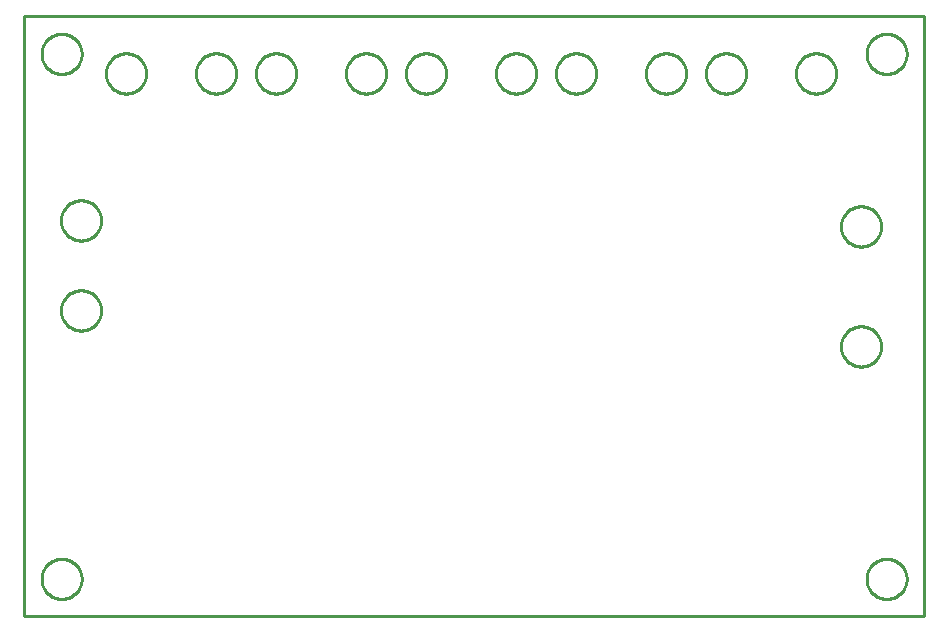
<source format=gbr>
G04 EAGLE Gerber RS-274X export*
G75*
%MOMM*%
%FSLAX34Y34*%
%LPD*%
%IN*%
%IPPOS*%
%AMOC8*
5,1,8,0,0,1.08239X$1,22.5*%
G01*
%ADD10C,0.254000*%


D10*
X0Y0D02*
X761800Y0D01*
X762000Y508000D01*
X0Y508000D01*
X0Y0D01*
X48750Y31193D02*
X48677Y30083D01*
X48532Y28979D01*
X48315Y27888D01*
X48027Y26813D01*
X47669Y25759D01*
X47243Y24730D01*
X46751Y23732D01*
X46194Y22768D01*
X45576Y21843D01*
X44898Y20960D01*
X44164Y20123D01*
X43377Y19336D01*
X42540Y18602D01*
X41657Y17924D01*
X40732Y17306D01*
X39768Y16749D01*
X38770Y16257D01*
X37741Y15831D01*
X36687Y15473D01*
X35612Y15185D01*
X34521Y14968D01*
X33417Y14823D01*
X32307Y14750D01*
X31193Y14750D01*
X30083Y14823D01*
X28979Y14968D01*
X27888Y15185D01*
X26813Y15473D01*
X25759Y15831D01*
X24730Y16257D01*
X23732Y16749D01*
X22768Y17306D01*
X21843Y17924D01*
X20960Y18602D01*
X20123Y19336D01*
X19336Y20123D01*
X18602Y20960D01*
X17924Y21843D01*
X17306Y22768D01*
X16749Y23732D01*
X16257Y24730D01*
X15831Y25759D01*
X15473Y26813D01*
X15185Y27888D01*
X14968Y28979D01*
X14823Y30083D01*
X14750Y31193D01*
X14750Y32307D01*
X14823Y33417D01*
X14968Y34521D01*
X15185Y35612D01*
X15473Y36687D01*
X15831Y37741D01*
X16257Y38770D01*
X16749Y39768D01*
X17306Y40732D01*
X17924Y41657D01*
X18602Y42540D01*
X19336Y43377D01*
X20123Y44164D01*
X20960Y44898D01*
X21843Y45576D01*
X22768Y46194D01*
X23732Y46751D01*
X24730Y47243D01*
X25759Y47669D01*
X26813Y48027D01*
X27888Y48315D01*
X28979Y48532D01*
X30083Y48677D01*
X31193Y48750D01*
X32307Y48750D01*
X33417Y48677D01*
X34521Y48532D01*
X35612Y48315D01*
X36687Y48027D01*
X37741Y47669D01*
X38770Y47243D01*
X39768Y46751D01*
X40732Y46194D01*
X41657Y45576D01*
X42540Y44898D01*
X43377Y44164D01*
X44164Y43377D01*
X44898Y42540D01*
X45576Y41657D01*
X46194Y40732D01*
X46751Y39768D01*
X47243Y38770D01*
X47669Y37741D01*
X48027Y36687D01*
X48315Y35612D01*
X48532Y34521D01*
X48677Y33417D01*
X48750Y32307D01*
X48750Y31193D01*
X747250Y31193D02*
X747177Y30083D01*
X747032Y28979D01*
X746815Y27888D01*
X746527Y26813D01*
X746169Y25759D01*
X745743Y24730D01*
X745251Y23732D01*
X744694Y22768D01*
X744076Y21843D01*
X743398Y20960D01*
X742664Y20123D01*
X741877Y19336D01*
X741040Y18602D01*
X740157Y17924D01*
X739232Y17306D01*
X738268Y16749D01*
X737270Y16257D01*
X736241Y15831D01*
X735187Y15473D01*
X734112Y15185D01*
X733021Y14968D01*
X731917Y14823D01*
X730807Y14750D01*
X729693Y14750D01*
X728583Y14823D01*
X727479Y14968D01*
X726388Y15185D01*
X725313Y15473D01*
X724259Y15831D01*
X723230Y16257D01*
X722232Y16749D01*
X721268Y17306D01*
X720343Y17924D01*
X719460Y18602D01*
X718623Y19336D01*
X717836Y20123D01*
X717102Y20960D01*
X716424Y21843D01*
X715806Y22768D01*
X715249Y23732D01*
X714757Y24730D01*
X714331Y25759D01*
X713973Y26813D01*
X713685Y27888D01*
X713468Y28979D01*
X713323Y30083D01*
X713250Y31193D01*
X713250Y32307D01*
X713323Y33417D01*
X713468Y34521D01*
X713685Y35612D01*
X713973Y36687D01*
X714331Y37741D01*
X714757Y38770D01*
X715249Y39768D01*
X715806Y40732D01*
X716424Y41657D01*
X717102Y42540D01*
X717836Y43377D01*
X718623Y44164D01*
X719460Y44898D01*
X720343Y45576D01*
X721268Y46194D01*
X722232Y46751D01*
X723230Y47243D01*
X724259Y47669D01*
X725313Y48027D01*
X726388Y48315D01*
X727479Y48532D01*
X728583Y48677D01*
X729693Y48750D01*
X730807Y48750D01*
X731917Y48677D01*
X733021Y48532D01*
X734112Y48315D01*
X735187Y48027D01*
X736241Y47669D01*
X737270Y47243D01*
X738268Y46751D01*
X739232Y46194D01*
X740157Y45576D01*
X741040Y44898D01*
X741877Y44164D01*
X742664Y43377D01*
X743398Y42540D01*
X744076Y41657D01*
X744694Y40732D01*
X745251Y39768D01*
X745743Y38770D01*
X746169Y37741D01*
X746527Y36687D01*
X746815Y35612D01*
X747032Y34521D01*
X747177Y33417D01*
X747250Y32307D01*
X747250Y31193D01*
X747250Y475693D02*
X747177Y474583D01*
X747032Y473479D01*
X746815Y472388D01*
X746527Y471313D01*
X746169Y470259D01*
X745743Y469230D01*
X745251Y468232D01*
X744694Y467268D01*
X744076Y466343D01*
X743398Y465460D01*
X742664Y464623D01*
X741877Y463836D01*
X741040Y463102D01*
X740157Y462424D01*
X739232Y461806D01*
X738268Y461249D01*
X737270Y460757D01*
X736241Y460331D01*
X735187Y459973D01*
X734112Y459685D01*
X733021Y459468D01*
X731917Y459323D01*
X730807Y459250D01*
X729693Y459250D01*
X728583Y459323D01*
X727479Y459468D01*
X726388Y459685D01*
X725313Y459973D01*
X724259Y460331D01*
X723230Y460757D01*
X722232Y461249D01*
X721268Y461806D01*
X720343Y462424D01*
X719460Y463102D01*
X718623Y463836D01*
X717836Y464623D01*
X717102Y465460D01*
X716424Y466343D01*
X715806Y467268D01*
X715249Y468232D01*
X714757Y469230D01*
X714331Y470259D01*
X713973Y471313D01*
X713685Y472388D01*
X713468Y473479D01*
X713323Y474583D01*
X713250Y475693D01*
X713250Y476807D01*
X713323Y477917D01*
X713468Y479021D01*
X713685Y480112D01*
X713973Y481187D01*
X714331Y482241D01*
X714757Y483270D01*
X715249Y484268D01*
X715806Y485232D01*
X716424Y486157D01*
X717102Y487040D01*
X717836Y487877D01*
X718623Y488664D01*
X719460Y489398D01*
X720343Y490076D01*
X721268Y490694D01*
X722232Y491251D01*
X723230Y491743D01*
X724259Y492169D01*
X725313Y492527D01*
X726388Y492815D01*
X727479Y493032D01*
X728583Y493177D01*
X729693Y493250D01*
X730807Y493250D01*
X731917Y493177D01*
X733021Y493032D01*
X734112Y492815D01*
X735187Y492527D01*
X736241Y492169D01*
X737270Y491743D01*
X738268Y491251D01*
X739232Y490694D01*
X740157Y490076D01*
X741040Y489398D01*
X741877Y488664D01*
X742664Y487877D01*
X743398Y487040D01*
X744076Y486157D01*
X744694Y485232D01*
X745251Y484268D01*
X745743Y483270D01*
X746169Y482241D01*
X746527Y481187D01*
X746815Y480112D01*
X747032Y479021D01*
X747177Y477917D01*
X747250Y476807D01*
X747250Y475693D01*
X48750Y475693D02*
X48677Y474583D01*
X48532Y473479D01*
X48315Y472388D01*
X48027Y471313D01*
X47669Y470259D01*
X47243Y469230D01*
X46751Y468232D01*
X46194Y467268D01*
X45576Y466343D01*
X44898Y465460D01*
X44164Y464623D01*
X43377Y463836D01*
X42540Y463102D01*
X41657Y462424D01*
X40732Y461806D01*
X39768Y461249D01*
X38770Y460757D01*
X37741Y460331D01*
X36687Y459973D01*
X35612Y459685D01*
X34521Y459468D01*
X33417Y459323D01*
X32307Y459250D01*
X31193Y459250D01*
X30083Y459323D01*
X28979Y459468D01*
X27888Y459685D01*
X26813Y459973D01*
X25759Y460331D01*
X24730Y460757D01*
X23732Y461249D01*
X22768Y461806D01*
X21843Y462424D01*
X20960Y463102D01*
X20123Y463836D01*
X19336Y464623D01*
X18602Y465460D01*
X17924Y466343D01*
X17306Y467268D01*
X16749Y468232D01*
X16257Y469230D01*
X15831Y470259D01*
X15473Y471313D01*
X15185Y472388D01*
X14968Y473479D01*
X14823Y474583D01*
X14750Y475693D01*
X14750Y476807D01*
X14823Y477917D01*
X14968Y479021D01*
X15185Y480112D01*
X15473Y481187D01*
X15831Y482241D01*
X16257Y483270D01*
X16749Y484268D01*
X17306Y485232D01*
X17924Y486157D01*
X18602Y487040D01*
X19336Y487877D01*
X20123Y488664D01*
X20960Y489398D01*
X21843Y490076D01*
X22768Y490694D01*
X23732Y491251D01*
X24730Y491743D01*
X25759Y492169D01*
X26813Y492527D01*
X27888Y492815D01*
X28979Y493032D01*
X30083Y493177D01*
X31193Y493250D01*
X32307Y493250D01*
X33417Y493177D01*
X34521Y493032D01*
X35612Y492815D01*
X36687Y492527D01*
X37741Y492169D01*
X38770Y491743D01*
X39768Y491251D01*
X40732Y490694D01*
X41657Y490076D01*
X42540Y489398D01*
X43377Y488664D01*
X44164Y487877D01*
X44898Y487040D01*
X45576Y486157D01*
X46194Y485232D01*
X46751Y484268D01*
X47243Y483270D01*
X47669Y482241D01*
X48027Y481187D01*
X48315Y480112D01*
X48532Y479021D01*
X48677Y477917D01*
X48750Y476807D01*
X48750Y475693D01*
X708103Y245618D02*
X706991Y245545D01*
X705886Y245400D01*
X704794Y245182D01*
X703717Y244894D01*
X702662Y244536D01*
X701633Y244109D01*
X700633Y243617D01*
X699669Y243059D01*
X698742Y242440D01*
X697858Y241762D01*
X697020Y241027D01*
X696233Y240240D01*
X695498Y239402D01*
X694820Y238518D01*
X694201Y237591D01*
X693643Y236627D01*
X693151Y235627D01*
X692724Y234598D01*
X692366Y233543D01*
X692078Y232466D01*
X691860Y231374D01*
X691715Y230269D01*
X691642Y229157D01*
X691642Y228043D01*
X691715Y226931D01*
X691860Y225826D01*
X692078Y224734D01*
X692366Y223657D01*
X692724Y222602D01*
X693151Y221573D01*
X693643Y220573D01*
X694201Y219609D01*
X694820Y218682D01*
X695498Y217798D01*
X696233Y216960D01*
X697020Y216173D01*
X697858Y215438D01*
X698742Y214760D01*
X699669Y214141D01*
X700633Y213583D01*
X701633Y213091D01*
X702662Y212664D01*
X703717Y212306D01*
X704794Y212018D01*
X705886Y211800D01*
X706991Y211655D01*
X708103Y211582D01*
X709217Y211582D01*
X710329Y211655D01*
X711434Y211800D01*
X712526Y212018D01*
X713603Y212306D01*
X714658Y212664D01*
X715687Y213091D01*
X716687Y213583D01*
X717651Y214141D01*
X718578Y214760D01*
X719462Y215438D01*
X720300Y216173D01*
X721087Y216960D01*
X721822Y217798D01*
X722500Y218682D01*
X723119Y219609D01*
X723677Y220573D01*
X724169Y221573D01*
X724596Y222602D01*
X724954Y223657D01*
X725242Y224734D01*
X725460Y225826D01*
X725605Y226931D01*
X725678Y228043D01*
X725678Y229157D01*
X725605Y230269D01*
X725460Y231374D01*
X725242Y232466D01*
X724954Y233543D01*
X724596Y234598D01*
X724169Y235627D01*
X723677Y236627D01*
X723119Y237591D01*
X722500Y238518D01*
X721822Y239402D01*
X721087Y240240D01*
X720300Y241027D01*
X719462Y241762D01*
X718578Y242440D01*
X717651Y243059D01*
X716687Y243617D01*
X715687Y244109D01*
X714658Y244536D01*
X713603Y244894D01*
X712526Y245182D01*
X711434Y245400D01*
X710329Y245545D01*
X709217Y245618D01*
X708103Y245618D01*
X708103Y347218D02*
X706991Y347145D01*
X705886Y347000D01*
X704794Y346782D01*
X703717Y346494D01*
X702662Y346136D01*
X701633Y345709D01*
X700633Y345217D01*
X699669Y344659D01*
X698742Y344040D01*
X697858Y343362D01*
X697020Y342627D01*
X696233Y341840D01*
X695498Y341002D01*
X694820Y340118D01*
X694201Y339191D01*
X693643Y338227D01*
X693151Y337227D01*
X692724Y336198D01*
X692366Y335143D01*
X692078Y334066D01*
X691860Y332974D01*
X691715Y331869D01*
X691642Y330757D01*
X691642Y329643D01*
X691715Y328531D01*
X691860Y327426D01*
X692078Y326334D01*
X692366Y325257D01*
X692724Y324202D01*
X693151Y323173D01*
X693643Y322173D01*
X694201Y321209D01*
X694820Y320282D01*
X695498Y319398D01*
X696233Y318560D01*
X697020Y317773D01*
X697858Y317038D01*
X698742Y316360D01*
X699669Y315741D01*
X700633Y315183D01*
X701633Y314691D01*
X702662Y314264D01*
X703717Y313906D01*
X704794Y313618D01*
X705886Y313400D01*
X706991Y313255D01*
X708103Y313182D01*
X709217Y313182D01*
X710329Y313255D01*
X711434Y313400D01*
X712526Y313618D01*
X713603Y313906D01*
X714658Y314264D01*
X715687Y314691D01*
X716687Y315183D01*
X717651Y315741D01*
X718578Y316360D01*
X719462Y317038D01*
X720300Y317773D01*
X721087Y318560D01*
X721822Y319398D01*
X722500Y320282D01*
X723119Y321209D01*
X723677Y322173D01*
X724169Y323173D01*
X724596Y324202D01*
X724954Y325257D01*
X725242Y326334D01*
X725460Y327426D01*
X725605Y328531D01*
X725678Y329643D01*
X725678Y330757D01*
X725605Y331869D01*
X725460Y332974D01*
X725242Y334066D01*
X724954Y335143D01*
X724596Y336198D01*
X724169Y337227D01*
X723677Y338227D01*
X723119Y339191D01*
X722500Y340118D01*
X721822Y341002D01*
X721087Y341840D01*
X720300Y342627D01*
X719462Y343362D01*
X718578Y344040D01*
X717651Y344659D01*
X716687Y345217D01*
X715687Y345709D01*
X714658Y346136D01*
X713603Y346494D01*
X712526Y346782D01*
X711434Y347000D01*
X710329Y347145D01*
X709217Y347218D01*
X708103Y347218D01*
X103378Y459183D02*
X103305Y458071D01*
X103160Y456966D01*
X102942Y455874D01*
X102654Y454797D01*
X102296Y453742D01*
X101869Y452713D01*
X101377Y451713D01*
X100819Y450749D01*
X100200Y449822D01*
X99522Y448938D01*
X98787Y448100D01*
X98000Y447313D01*
X97162Y446578D01*
X96278Y445900D01*
X95351Y445281D01*
X94387Y444723D01*
X93387Y444231D01*
X92358Y443804D01*
X91303Y443446D01*
X90226Y443158D01*
X89134Y442940D01*
X88029Y442795D01*
X86917Y442722D01*
X85803Y442722D01*
X84691Y442795D01*
X83586Y442940D01*
X82494Y443158D01*
X81417Y443446D01*
X80362Y443804D01*
X79333Y444231D01*
X78333Y444723D01*
X77369Y445281D01*
X76442Y445900D01*
X75558Y446578D01*
X74720Y447313D01*
X73933Y448100D01*
X73198Y448938D01*
X72520Y449822D01*
X71901Y450749D01*
X71343Y451713D01*
X70851Y452713D01*
X70424Y453742D01*
X70066Y454797D01*
X69778Y455874D01*
X69560Y456966D01*
X69415Y458071D01*
X69342Y459183D01*
X69342Y460297D01*
X69415Y461409D01*
X69560Y462514D01*
X69778Y463606D01*
X70066Y464683D01*
X70424Y465738D01*
X70851Y466767D01*
X71343Y467767D01*
X71901Y468731D01*
X72520Y469658D01*
X73198Y470542D01*
X73933Y471380D01*
X74720Y472167D01*
X75558Y472902D01*
X76442Y473580D01*
X77369Y474199D01*
X78333Y474757D01*
X79333Y475249D01*
X80362Y475676D01*
X81417Y476034D01*
X82494Y476322D01*
X83586Y476540D01*
X84691Y476685D01*
X85803Y476758D01*
X86917Y476758D01*
X88029Y476685D01*
X89134Y476540D01*
X90226Y476322D01*
X91303Y476034D01*
X92358Y475676D01*
X93387Y475249D01*
X94387Y474757D01*
X95351Y474199D01*
X96278Y473580D01*
X97162Y472902D01*
X98000Y472167D01*
X98787Y471380D01*
X99522Y470542D01*
X100200Y469658D01*
X100819Y468731D01*
X101377Y467767D01*
X101869Y466767D01*
X102296Y465738D01*
X102654Y464683D01*
X102942Y463606D01*
X103160Y462514D01*
X103305Y461409D01*
X103378Y460297D01*
X103378Y459183D01*
X179578Y459183D02*
X179505Y458071D01*
X179360Y456966D01*
X179142Y455874D01*
X178854Y454797D01*
X178496Y453742D01*
X178069Y452713D01*
X177577Y451713D01*
X177019Y450749D01*
X176400Y449822D01*
X175722Y448938D01*
X174987Y448100D01*
X174200Y447313D01*
X173362Y446578D01*
X172478Y445900D01*
X171551Y445281D01*
X170587Y444723D01*
X169587Y444231D01*
X168558Y443804D01*
X167503Y443446D01*
X166426Y443158D01*
X165334Y442940D01*
X164229Y442795D01*
X163117Y442722D01*
X162003Y442722D01*
X160891Y442795D01*
X159786Y442940D01*
X158694Y443158D01*
X157617Y443446D01*
X156562Y443804D01*
X155533Y444231D01*
X154533Y444723D01*
X153569Y445281D01*
X152642Y445900D01*
X151758Y446578D01*
X150920Y447313D01*
X150133Y448100D01*
X149398Y448938D01*
X148720Y449822D01*
X148101Y450749D01*
X147543Y451713D01*
X147051Y452713D01*
X146624Y453742D01*
X146266Y454797D01*
X145978Y455874D01*
X145760Y456966D01*
X145615Y458071D01*
X145542Y459183D01*
X145542Y460297D01*
X145615Y461409D01*
X145760Y462514D01*
X145978Y463606D01*
X146266Y464683D01*
X146624Y465738D01*
X147051Y466767D01*
X147543Y467767D01*
X148101Y468731D01*
X148720Y469658D01*
X149398Y470542D01*
X150133Y471380D01*
X150920Y472167D01*
X151758Y472902D01*
X152642Y473580D01*
X153569Y474199D01*
X154533Y474757D01*
X155533Y475249D01*
X156562Y475676D01*
X157617Y476034D01*
X158694Y476322D01*
X159786Y476540D01*
X160891Y476685D01*
X162003Y476758D01*
X163117Y476758D01*
X164229Y476685D01*
X165334Y476540D01*
X166426Y476322D01*
X167503Y476034D01*
X168558Y475676D01*
X169587Y475249D01*
X170587Y474757D01*
X171551Y474199D01*
X172478Y473580D01*
X173362Y472902D01*
X174200Y472167D01*
X174987Y471380D01*
X175722Y470542D01*
X176400Y469658D01*
X177019Y468731D01*
X177577Y467767D01*
X178069Y466767D01*
X178496Y465738D01*
X178854Y464683D01*
X179142Y463606D01*
X179360Y462514D01*
X179505Y461409D01*
X179578Y460297D01*
X179578Y459183D01*
X230378Y459183D02*
X230305Y458071D01*
X230160Y456966D01*
X229942Y455874D01*
X229654Y454797D01*
X229296Y453742D01*
X228869Y452713D01*
X228377Y451713D01*
X227819Y450749D01*
X227200Y449822D01*
X226522Y448938D01*
X225787Y448100D01*
X225000Y447313D01*
X224162Y446578D01*
X223278Y445900D01*
X222351Y445281D01*
X221387Y444723D01*
X220387Y444231D01*
X219358Y443804D01*
X218303Y443446D01*
X217226Y443158D01*
X216134Y442940D01*
X215029Y442795D01*
X213917Y442722D01*
X212803Y442722D01*
X211691Y442795D01*
X210586Y442940D01*
X209494Y443158D01*
X208417Y443446D01*
X207362Y443804D01*
X206333Y444231D01*
X205333Y444723D01*
X204369Y445281D01*
X203442Y445900D01*
X202558Y446578D01*
X201720Y447313D01*
X200933Y448100D01*
X200198Y448938D01*
X199520Y449822D01*
X198901Y450749D01*
X198343Y451713D01*
X197851Y452713D01*
X197424Y453742D01*
X197066Y454797D01*
X196778Y455874D01*
X196560Y456966D01*
X196415Y458071D01*
X196342Y459183D01*
X196342Y460297D01*
X196415Y461409D01*
X196560Y462514D01*
X196778Y463606D01*
X197066Y464683D01*
X197424Y465738D01*
X197851Y466767D01*
X198343Y467767D01*
X198901Y468731D01*
X199520Y469658D01*
X200198Y470542D01*
X200933Y471380D01*
X201720Y472167D01*
X202558Y472902D01*
X203442Y473580D01*
X204369Y474199D01*
X205333Y474757D01*
X206333Y475249D01*
X207362Y475676D01*
X208417Y476034D01*
X209494Y476322D01*
X210586Y476540D01*
X211691Y476685D01*
X212803Y476758D01*
X213917Y476758D01*
X215029Y476685D01*
X216134Y476540D01*
X217226Y476322D01*
X218303Y476034D01*
X219358Y475676D01*
X220387Y475249D01*
X221387Y474757D01*
X222351Y474199D01*
X223278Y473580D01*
X224162Y472902D01*
X225000Y472167D01*
X225787Y471380D01*
X226522Y470542D01*
X227200Y469658D01*
X227819Y468731D01*
X228377Y467767D01*
X228869Y466767D01*
X229296Y465738D01*
X229654Y464683D01*
X229942Y463606D01*
X230160Y462514D01*
X230305Y461409D01*
X230378Y460297D01*
X230378Y459183D01*
X306578Y459183D02*
X306505Y458071D01*
X306360Y456966D01*
X306142Y455874D01*
X305854Y454797D01*
X305496Y453742D01*
X305069Y452713D01*
X304577Y451713D01*
X304019Y450749D01*
X303400Y449822D01*
X302722Y448938D01*
X301987Y448100D01*
X301200Y447313D01*
X300362Y446578D01*
X299478Y445900D01*
X298551Y445281D01*
X297587Y444723D01*
X296587Y444231D01*
X295558Y443804D01*
X294503Y443446D01*
X293426Y443158D01*
X292334Y442940D01*
X291229Y442795D01*
X290117Y442722D01*
X289003Y442722D01*
X287891Y442795D01*
X286786Y442940D01*
X285694Y443158D01*
X284617Y443446D01*
X283562Y443804D01*
X282533Y444231D01*
X281533Y444723D01*
X280569Y445281D01*
X279642Y445900D01*
X278758Y446578D01*
X277920Y447313D01*
X277133Y448100D01*
X276398Y448938D01*
X275720Y449822D01*
X275101Y450749D01*
X274543Y451713D01*
X274051Y452713D01*
X273624Y453742D01*
X273266Y454797D01*
X272978Y455874D01*
X272760Y456966D01*
X272615Y458071D01*
X272542Y459183D01*
X272542Y460297D01*
X272615Y461409D01*
X272760Y462514D01*
X272978Y463606D01*
X273266Y464683D01*
X273624Y465738D01*
X274051Y466767D01*
X274543Y467767D01*
X275101Y468731D01*
X275720Y469658D01*
X276398Y470542D01*
X277133Y471380D01*
X277920Y472167D01*
X278758Y472902D01*
X279642Y473580D01*
X280569Y474199D01*
X281533Y474757D01*
X282533Y475249D01*
X283562Y475676D01*
X284617Y476034D01*
X285694Y476322D01*
X286786Y476540D01*
X287891Y476685D01*
X289003Y476758D01*
X290117Y476758D01*
X291229Y476685D01*
X292334Y476540D01*
X293426Y476322D01*
X294503Y476034D01*
X295558Y475676D01*
X296587Y475249D01*
X297587Y474757D01*
X298551Y474199D01*
X299478Y473580D01*
X300362Y472902D01*
X301200Y472167D01*
X301987Y471380D01*
X302722Y470542D01*
X303400Y469658D01*
X304019Y468731D01*
X304577Y467767D01*
X305069Y466767D01*
X305496Y465738D01*
X305854Y464683D01*
X306142Y463606D01*
X306360Y462514D01*
X306505Y461409D01*
X306578Y460297D01*
X306578Y459183D01*
X357378Y459183D02*
X357305Y458071D01*
X357160Y456966D01*
X356942Y455874D01*
X356654Y454797D01*
X356296Y453742D01*
X355869Y452713D01*
X355377Y451713D01*
X354819Y450749D01*
X354200Y449822D01*
X353522Y448938D01*
X352787Y448100D01*
X352000Y447313D01*
X351162Y446578D01*
X350278Y445900D01*
X349351Y445281D01*
X348387Y444723D01*
X347387Y444231D01*
X346358Y443804D01*
X345303Y443446D01*
X344226Y443158D01*
X343134Y442940D01*
X342029Y442795D01*
X340917Y442722D01*
X339803Y442722D01*
X338691Y442795D01*
X337586Y442940D01*
X336494Y443158D01*
X335417Y443446D01*
X334362Y443804D01*
X333333Y444231D01*
X332333Y444723D01*
X331369Y445281D01*
X330442Y445900D01*
X329558Y446578D01*
X328720Y447313D01*
X327933Y448100D01*
X327198Y448938D01*
X326520Y449822D01*
X325901Y450749D01*
X325343Y451713D01*
X324851Y452713D01*
X324424Y453742D01*
X324066Y454797D01*
X323778Y455874D01*
X323560Y456966D01*
X323415Y458071D01*
X323342Y459183D01*
X323342Y460297D01*
X323415Y461409D01*
X323560Y462514D01*
X323778Y463606D01*
X324066Y464683D01*
X324424Y465738D01*
X324851Y466767D01*
X325343Y467767D01*
X325901Y468731D01*
X326520Y469658D01*
X327198Y470542D01*
X327933Y471380D01*
X328720Y472167D01*
X329558Y472902D01*
X330442Y473580D01*
X331369Y474199D01*
X332333Y474757D01*
X333333Y475249D01*
X334362Y475676D01*
X335417Y476034D01*
X336494Y476322D01*
X337586Y476540D01*
X338691Y476685D01*
X339803Y476758D01*
X340917Y476758D01*
X342029Y476685D01*
X343134Y476540D01*
X344226Y476322D01*
X345303Y476034D01*
X346358Y475676D01*
X347387Y475249D01*
X348387Y474757D01*
X349351Y474199D01*
X350278Y473580D01*
X351162Y472902D01*
X352000Y472167D01*
X352787Y471380D01*
X353522Y470542D01*
X354200Y469658D01*
X354819Y468731D01*
X355377Y467767D01*
X355869Y466767D01*
X356296Y465738D01*
X356654Y464683D01*
X356942Y463606D01*
X357160Y462514D01*
X357305Y461409D01*
X357378Y460297D01*
X357378Y459183D01*
X433578Y459183D02*
X433505Y458071D01*
X433360Y456966D01*
X433142Y455874D01*
X432854Y454797D01*
X432496Y453742D01*
X432069Y452713D01*
X431577Y451713D01*
X431019Y450749D01*
X430400Y449822D01*
X429722Y448938D01*
X428987Y448100D01*
X428200Y447313D01*
X427362Y446578D01*
X426478Y445900D01*
X425551Y445281D01*
X424587Y444723D01*
X423587Y444231D01*
X422558Y443804D01*
X421503Y443446D01*
X420426Y443158D01*
X419334Y442940D01*
X418229Y442795D01*
X417117Y442722D01*
X416003Y442722D01*
X414891Y442795D01*
X413786Y442940D01*
X412694Y443158D01*
X411617Y443446D01*
X410562Y443804D01*
X409533Y444231D01*
X408533Y444723D01*
X407569Y445281D01*
X406642Y445900D01*
X405758Y446578D01*
X404920Y447313D01*
X404133Y448100D01*
X403398Y448938D01*
X402720Y449822D01*
X402101Y450749D01*
X401543Y451713D01*
X401051Y452713D01*
X400624Y453742D01*
X400266Y454797D01*
X399978Y455874D01*
X399760Y456966D01*
X399615Y458071D01*
X399542Y459183D01*
X399542Y460297D01*
X399615Y461409D01*
X399760Y462514D01*
X399978Y463606D01*
X400266Y464683D01*
X400624Y465738D01*
X401051Y466767D01*
X401543Y467767D01*
X402101Y468731D01*
X402720Y469658D01*
X403398Y470542D01*
X404133Y471380D01*
X404920Y472167D01*
X405758Y472902D01*
X406642Y473580D01*
X407569Y474199D01*
X408533Y474757D01*
X409533Y475249D01*
X410562Y475676D01*
X411617Y476034D01*
X412694Y476322D01*
X413786Y476540D01*
X414891Y476685D01*
X416003Y476758D01*
X417117Y476758D01*
X418229Y476685D01*
X419334Y476540D01*
X420426Y476322D01*
X421503Y476034D01*
X422558Y475676D01*
X423587Y475249D01*
X424587Y474757D01*
X425551Y474199D01*
X426478Y473580D01*
X427362Y472902D01*
X428200Y472167D01*
X428987Y471380D01*
X429722Y470542D01*
X430400Y469658D01*
X431019Y468731D01*
X431577Y467767D01*
X432069Y466767D01*
X432496Y465738D01*
X432854Y464683D01*
X433142Y463606D01*
X433360Y462514D01*
X433505Y461409D01*
X433578Y460297D01*
X433578Y459183D01*
X484378Y459183D02*
X484305Y458071D01*
X484160Y456966D01*
X483942Y455874D01*
X483654Y454797D01*
X483296Y453742D01*
X482869Y452713D01*
X482377Y451713D01*
X481819Y450749D01*
X481200Y449822D01*
X480522Y448938D01*
X479787Y448100D01*
X479000Y447313D01*
X478162Y446578D01*
X477278Y445900D01*
X476351Y445281D01*
X475387Y444723D01*
X474387Y444231D01*
X473358Y443804D01*
X472303Y443446D01*
X471226Y443158D01*
X470134Y442940D01*
X469029Y442795D01*
X467917Y442722D01*
X466803Y442722D01*
X465691Y442795D01*
X464586Y442940D01*
X463494Y443158D01*
X462417Y443446D01*
X461362Y443804D01*
X460333Y444231D01*
X459333Y444723D01*
X458369Y445281D01*
X457442Y445900D01*
X456558Y446578D01*
X455720Y447313D01*
X454933Y448100D01*
X454198Y448938D01*
X453520Y449822D01*
X452901Y450749D01*
X452343Y451713D01*
X451851Y452713D01*
X451424Y453742D01*
X451066Y454797D01*
X450778Y455874D01*
X450560Y456966D01*
X450415Y458071D01*
X450342Y459183D01*
X450342Y460297D01*
X450415Y461409D01*
X450560Y462514D01*
X450778Y463606D01*
X451066Y464683D01*
X451424Y465738D01*
X451851Y466767D01*
X452343Y467767D01*
X452901Y468731D01*
X453520Y469658D01*
X454198Y470542D01*
X454933Y471380D01*
X455720Y472167D01*
X456558Y472902D01*
X457442Y473580D01*
X458369Y474199D01*
X459333Y474757D01*
X460333Y475249D01*
X461362Y475676D01*
X462417Y476034D01*
X463494Y476322D01*
X464586Y476540D01*
X465691Y476685D01*
X466803Y476758D01*
X467917Y476758D01*
X469029Y476685D01*
X470134Y476540D01*
X471226Y476322D01*
X472303Y476034D01*
X473358Y475676D01*
X474387Y475249D01*
X475387Y474757D01*
X476351Y474199D01*
X477278Y473580D01*
X478162Y472902D01*
X479000Y472167D01*
X479787Y471380D01*
X480522Y470542D01*
X481200Y469658D01*
X481819Y468731D01*
X482377Y467767D01*
X482869Y466767D01*
X483296Y465738D01*
X483654Y464683D01*
X483942Y463606D01*
X484160Y462514D01*
X484305Y461409D01*
X484378Y460297D01*
X484378Y459183D01*
X560578Y459183D02*
X560505Y458071D01*
X560360Y456966D01*
X560142Y455874D01*
X559854Y454797D01*
X559496Y453742D01*
X559069Y452713D01*
X558577Y451713D01*
X558019Y450749D01*
X557400Y449822D01*
X556722Y448938D01*
X555987Y448100D01*
X555200Y447313D01*
X554362Y446578D01*
X553478Y445900D01*
X552551Y445281D01*
X551587Y444723D01*
X550587Y444231D01*
X549558Y443804D01*
X548503Y443446D01*
X547426Y443158D01*
X546334Y442940D01*
X545229Y442795D01*
X544117Y442722D01*
X543003Y442722D01*
X541891Y442795D01*
X540786Y442940D01*
X539694Y443158D01*
X538617Y443446D01*
X537562Y443804D01*
X536533Y444231D01*
X535533Y444723D01*
X534569Y445281D01*
X533642Y445900D01*
X532758Y446578D01*
X531920Y447313D01*
X531133Y448100D01*
X530398Y448938D01*
X529720Y449822D01*
X529101Y450749D01*
X528543Y451713D01*
X528051Y452713D01*
X527624Y453742D01*
X527266Y454797D01*
X526978Y455874D01*
X526760Y456966D01*
X526615Y458071D01*
X526542Y459183D01*
X526542Y460297D01*
X526615Y461409D01*
X526760Y462514D01*
X526978Y463606D01*
X527266Y464683D01*
X527624Y465738D01*
X528051Y466767D01*
X528543Y467767D01*
X529101Y468731D01*
X529720Y469658D01*
X530398Y470542D01*
X531133Y471380D01*
X531920Y472167D01*
X532758Y472902D01*
X533642Y473580D01*
X534569Y474199D01*
X535533Y474757D01*
X536533Y475249D01*
X537562Y475676D01*
X538617Y476034D01*
X539694Y476322D01*
X540786Y476540D01*
X541891Y476685D01*
X543003Y476758D01*
X544117Y476758D01*
X545229Y476685D01*
X546334Y476540D01*
X547426Y476322D01*
X548503Y476034D01*
X549558Y475676D01*
X550587Y475249D01*
X551587Y474757D01*
X552551Y474199D01*
X553478Y473580D01*
X554362Y472902D01*
X555200Y472167D01*
X555987Y471380D01*
X556722Y470542D01*
X557400Y469658D01*
X558019Y468731D01*
X558577Y467767D01*
X559069Y466767D01*
X559496Y465738D01*
X559854Y464683D01*
X560142Y463606D01*
X560360Y462514D01*
X560505Y461409D01*
X560578Y460297D01*
X560578Y459183D01*
X611378Y459183D02*
X611305Y458071D01*
X611160Y456966D01*
X610942Y455874D01*
X610654Y454797D01*
X610296Y453742D01*
X609869Y452713D01*
X609377Y451713D01*
X608819Y450749D01*
X608200Y449822D01*
X607522Y448938D01*
X606787Y448100D01*
X606000Y447313D01*
X605162Y446578D01*
X604278Y445900D01*
X603351Y445281D01*
X602387Y444723D01*
X601387Y444231D01*
X600358Y443804D01*
X599303Y443446D01*
X598226Y443158D01*
X597134Y442940D01*
X596029Y442795D01*
X594917Y442722D01*
X593803Y442722D01*
X592691Y442795D01*
X591586Y442940D01*
X590494Y443158D01*
X589417Y443446D01*
X588362Y443804D01*
X587333Y444231D01*
X586333Y444723D01*
X585369Y445281D01*
X584442Y445900D01*
X583558Y446578D01*
X582720Y447313D01*
X581933Y448100D01*
X581198Y448938D01*
X580520Y449822D01*
X579901Y450749D01*
X579343Y451713D01*
X578851Y452713D01*
X578424Y453742D01*
X578066Y454797D01*
X577778Y455874D01*
X577560Y456966D01*
X577415Y458071D01*
X577342Y459183D01*
X577342Y460297D01*
X577415Y461409D01*
X577560Y462514D01*
X577778Y463606D01*
X578066Y464683D01*
X578424Y465738D01*
X578851Y466767D01*
X579343Y467767D01*
X579901Y468731D01*
X580520Y469658D01*
X581198Y470542D01*
X581933Y471380D01*
X582720Y472167D01*
X583558Y472902D01*
X584442Y473580D01*
X585369Y474199D01*
X586333Y474757D01*
X587333Y475249D01*
X588362Y475676D01*
X589417Y476034D01*
X590494Y476322D01*
X591586Y476540D01*
X592691Y476685D01*
X593803Y476758D01*
X594917Y476758D01*
X596029Y476685D01*
X597134Y476540D01*
X598226Y476322D01*
X599303Y476034D01*
X600358Y475676D01*
X601387Y475249D01*
X602387Y474757D01*
X603351Y474199D01*
X604278Y473580D01*
X605162Y472902D01*
X606000Y472167D01*
X606787Y471380D01*
X607522Y470542D01*
X608200Y469658D01*
X608819Y468731D01*
X609377Y467767D01*
X609869Y466767D01*
X610296Y465738D01*
X610654Y464683D01*
X610942Y463606D01*
X611160Y462514D01*
X611305Y461409D01*
X611378Y460297D01*
X611378Y459183D01*
X687578Y459183D02*
X687505Y458071D01*
X687360Y456966D01*
X687142Y455874D01*
X686854Y454797D01*
X686496Y453742D01*
X686069Y452713D01*
X685577Y451713D01*
X685019Y450749D01*
X684400Y449822D01*
X683722Y448938D01*
X682987Y448100D01*
X682200Y447313D01*
X681362Y446578D01*
X680478Y445900D01*
X679551Y445281D01*
X678587Y444723D01*
X677587Y444231D01*
X676558Y443804D01*
X675503Y443446D01*
X674426Y443158D01*
X673334Y442940D01*
X672229Y442795D01*
X671117Y442722D01*
X670003Y442722D01*
X668891Y442795D01*
X667786Y442940D01*
X666694Y443158D01*
X665617Y443446D01*
X664562Y443804D01*
X663533Y444231D01*
X662533Y444723D01*
X661569Y445281D01*
X660642Y445900D01*
X659758Y446578D01*
X658920Y447313D01*
X658133Y448100D01*
X657398Y448938D01*
X656720Y449822D01*
X656101Y450749D01*
X655543Y451713D01*
X655051Y452713D01*
X654624Y453742D01*
X654266Y454797D01*
X653978Y455874D01*
X653760Y456966D01*
X653615Y458071D01*
X653542Y459183D01*
X653542Y460297D01*
X653615Y461409D01*
X653760Y462514D01*
X653978Y463606D01*
X654266Y464683D01*
X654624Y465738D01*
X655051Y466767D01*
X655543Y467767D01*
X656101Y468731D01*
X656720Y469658D01*
X657398Y470542D01*
X658133Y471380D01*
X658920Y472167D01*
X659758Y472902D01*
X660642Y473580D01*
X661569Y474199D01*
X662533Y474757D01*
X663533Y475249D01*
X664562Y475676D01*
X665617Y476034D01*
X666694Y476322D01*
X667786Y476540D01*
X668891Y476685D01*
X670003Y476758D01*
X671117Y476758D01*
X672229Y476685D01*
X673334Y476540D01*
X674426Y476322D01*
X675503Y476034D01*
X676558Y475676D01*
X677587Y475249D01*
X678587Y474757D01*
X679551Y474199D01*
X680478Y473580D01*
X681362Y472902D01*
X682200Y472167D01*
X682987Y471380D01*
X683722Y470542D01*
X684400Y469658D01*
X685019Y468731D01*
X685577Y467767D01*
X686069Y466767D01*
X686496Y465738D01*
X686854Y464683D01*
X687142Y463606D01*
X687360Y462514D01*
X687505Y461409D01*
X687578Y460297D01*
X687578Y459183D01*
X48817Y318262D02*
X49929Y318335D01*
X51034Y318480D01*
X52126Y318698D01*
X53203Y318986D01*
X54258Y319344D01*
X55287Y319771D01*
X56287Y320263D01*
X57251Y320821D01*
X58178Y321440D01*
X59062Y322118D01*
X59900Y322853D01*
X60687Y323640D01*
X61422Y324478D01*
X62100Y325362D01*
X62719Y326289D01*
X63277Y327253D01*
X63769Y328253D01*
X64196Y329282D01*
X64554Y330337D01*
X64842Y331414D01*
X65060Y332506D01*
X65205Y333611D01*
X65278Y334723D01*
X65278Y335837D01*
X65205Y336949D01*
X65060Y338054D01*
X64842Y339146D01*
X64554Y340223D01*
X64196Y341278D01*
X63769Y342307D01*
X63277Y343307D01*
X62719Y344271D01*
X62100Y345198D01*
X61422Y346082D01*
X60687Y346920D01*
X59900Y347707D01*
X59062Y348442D01*
X58178Y349120D01*
X57251Y349739D01*
X56287Y350297D01*
X55287Y350789D01*
X54258Y351216D01*
X53203Y351574D01*
X52126Y351862D01*
X51034Y352080D01*
X49929Y352225D01*
X48817Y352298D01*
X47703Y352298D01*
X46591Y352225D01*
X45486Y352080D01*
X44394Y351862D01*
X43317Y351574D01*
X42262Y351216D01*
X41233Y350789D01*
X40233Y350297D01*
X39269Y349739D01*
X38342Y349120D01*
X37458Y348442D01*
X36620Y347707D01*
X35833Y346920D01*
X35098Y346082D01*
X34420Y345198D01*
X33801Y344271D01*
X33243Y343307D01*
X32751Y342307D01*
X32324Y341278D01*
X31966Y340223D01*
X31678Y339146D01*
X31460Y338054D01*
X31315Y336949D01*
X31242Y335837D01*
X31242Y334723D01*
X31315Y333611D01*
X31460Y332506D01*
X31678Y331414D01*
X31966Y330337D01*
X32324Y329282D01*
X32751Y328253D01*
X33243Y327253D01*
X33801Y326289D01*
X34420Y325362D01*
X35098Y324478D01*
X35833Y323640D01*
X36620Y322853D01*
X37458Y322118D01*
X38342Y321440D01*
X39269Y320821D01*
X40233Y320263D01*
X41233Y319771D01*
X42262Y319344D01*
X43317Y318986D01*
X44394Y318698D01*
X45486Y318480D01*
X46591Y318335D01*
X47703Y318262D01*
X48817Y318262D01*
X48817Y242062D02*
X49929Y242135D01*
X51034Y242280D01*
X52126Y242498D01*
X53203Y242786D01*
X54258Y243144D01*
X55287Y243571D01*
X56287Y244063D01*
X57251Y244621D01*
X58178Y245240D01*
X59062Y245918D01*
X59900Y246653D01*
X60687Y247440D01*
X61422Y248278D01*
X62100Y249162D01*
X62719Y250089D01*
X63277Y251053D01*
X63769Y252053D01*
X64196Y253082D01*
X64554Y254137D01*
X64842Y255214D01*
X65060Y256306D01*
X65205Y257411D01*
X65278Y258523D01*
X65278Y259637D01*
X65205Y260749D01*
X65060Y261854D01*
X64842Y262946D01*
X64554Y264023D01*
X64196Y265078D01*
X63769Y266107D01*
X63277Y267107D01*
X62719Y268071D01*
X62100Y268998D01*
X61422Y269882D01*
X60687Y270720D01*
X59900Y271507D01*
X59062Y272242D01*
X58178Y272920D01*
X57251Y273539D01*
X56287Y274097D01*
X55287Y274589D01*
X54258Y275016D01*
X53203Y275374D01*
X52126Y275662D01*
X51034Y275880D01*
X49929Y276025D01*
X48817Y276098D01*
X47703Y276098D01*
X46591Y276025D01*
X45486Y275880D01*
X44394Y275662D01*
X43317Y275374D01*
X42262Y275016D01*
X41233Y274589D01*
X40233Y274097D01*
X39269Y273539D01*
X38342Y272920D01*
X37458Y272242D01*
X36620Y271507D01*
X35833Y270720D01*
X35098Y269882D01*
X34420Y268998D01*
X33801Y268071D01*
X33243Y267107D01*
X32751Y266107D01*
X32324Y265078D01*
X31966Y264023D01*
X31678Y262946D01*
X31460Y261854D01*
X31315Y260749D01*
X31242Y259637D01*
X31242Y258523D01*
X31315Y257411D01*
X31460Y256306D01*
X31678Y255214D01*
X31966Y254137D01*
X32324Y253082D01*
X32751Y252053D01*
X33243Y251053D01*
X33801Y250089D01*
X34420Y249162D01*
X35098Y248278D01*
X35833Y247440D01*
X36620Y246653D01*
X37458Y245918D01*
X38342Y245240D01*
X39269Y244621D01*
X40233Y244063D01*
X41233Y243571D01*
X42262Y243144D01*
X43317Y242786D01*
X44394Y242498D01*
X45486Y242280D01*
X46591Y242135D01*
X47703Y242062D01*
X48817Y242062D01*
M02*

</source>
